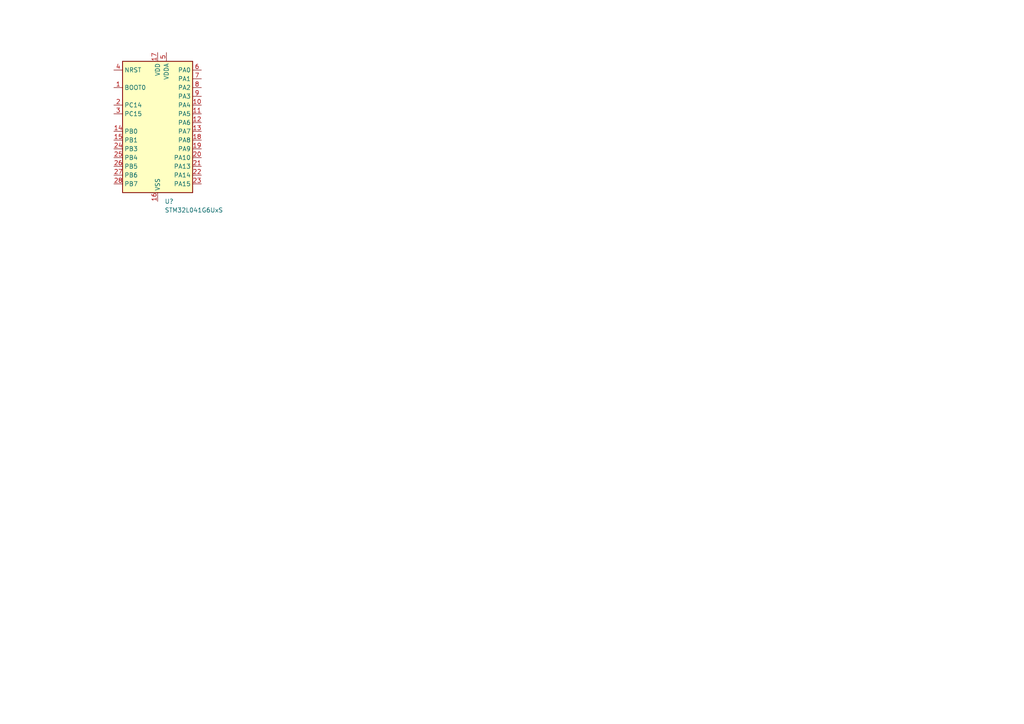
<source format=kicad_sch>
(kicad_sch (version 20211123) (generator eeschema)
  (paper "A4")
  (lib_symbols
    (symbol "MCU_ST_STM32L0:STM32L041G6UxS"
      (property "Reference" "U" (at -10.16 19.05 0))
      (property "Value" "STM32L041G6UxS" (at 5.08 19.05 0))
      (symbol "STM32L041G6UxS_0_1"
        (rectangle (start -10.16 -20.32) (end 10.16 17.78) (stroke (width 0.254)) (fill (type background)))
      )
      (symbol "STM32L041G6UxS_1_1"
        (pin input line (at -12.7 10.16 0) (length 2.54) (name "BOOT0") (number "1"))
        (pin bidirectional line (at 12.7 5.08 180) (length 2.54) (name "PA4") (number "10"))
        (pin bidirectional line (at 12.7 2.54 180) (length 2.54) (name "PA5") (number "11"))
        (pin bidirectional line (at 12.7 0 180) (length 2.54) (name "PA6") (number "12"))
        (pin bidirectional line (at 12.7 -2.54 180) (length 2.54) (name "PA7") (number "13"))
        (pin bidirectional line (at -12.7 -2.54 0) (length 2.54) (name "PB0") (number "14"))
        (pin bidirectional line (at -12.7 -5.08 0) (length 2.54) (name "PB1") (number "15"))
        (pin power_in line (at 0 -22.86 90) (length 2.54) (name "VSS") (number "16"))
        (pin power_in line (at 0 20.32 270) (length 2.54) (name "VDD") (number "17"))
        (pin bidirectional line (at 12.7 -5.08 180) (length 2.54) (name "PA8") (number "18"))
        (pin bidirectional line (at 12.7 -7.62 180) (length 2.54) (name "PA9") (number "19"))
        (pin bidirectional line (at -12.7 5.08 0) (length 2.54) (name "PC14") (number "2"))
        (pin bidirectional line (at 12.7 -10.16 180) (length 2.54) (name "PA10") (number "20"))
        (pin bidirectional line (at 12.7 -12.7 180) (length 2.54) (name "PA13") (number "21"))
        (pin bidirectional line (at 12.7 -15.24 180) (length 2.54) (name "PA14") (number "22"))
        (pin bidirectional line (at 12.7 -17.78 180) (length 2.54) (name "PA15") (number "23"))
        (pin bidirectional line (at -12.7 -7.62 0) (length 2.54) (name "PB3") (number "24"))
        (pin bidirectional line (at -12.7 -10.16 0) (length 2.54) (name "PB4") (number "25"))
        (pin bidirectional line (at -12.7 -12.7 0) (length 2.54) (name "PB5") (number "26"))
        (pin bidirectional line (at -12.7 -15.24 0) (length 2.54) (name "PB6") (number "27"))
        (pin bidirectional line (at -12.7 -17.78 0) (length 2.54) (name "PB7") (number "28"))
        (pin bidirectional line (at -12.7 2.54 0) (length 2.54) (name "PC15") (number "3"))
        (pin input line (at -12.7 15.24 0) (length 2.54) (name "NRST") (number "4"))
        (pin power_in line (at 2.54 20.32 270) (length 2.54) (name "VDDA") (number "5"))
        (pin bidirectional line (at 12.7 15.24 180) (length 2.54) (name "PA0") (number "6"))
        (pin bidirectional line (at 12.7 12.7 180) (length 2.54) (name "PA1") (number "7"))
        (pin bidirectional line (at 12.7 10.16 180) (length 2.54) (name "PA2") (number "8"))
        (pin bidirectional line (at 12.7 7.62 180) (length 2.54) (name "PA3") (number "9"))
      )
    )
  )
  (symbol (lib_id "MCU_ST_STM32L0:STM32L041G6UxS") (at 45.72 35.56 0) (unit 1)
    (property "Reference" "U?" (at 47.7394 58.42 0) (effects (justify left)))
    (property "Value" "STM32L041G6UxS" (at 47.7394 60.96 0) (effects (justify left)))
    (property "Footprint" "Package_DFN_QFN:QFN-28_4x4mm_P0.5mm" (effects hide))
    (property "Datasheet" "http://www.st.com/st-web-ui/static/active/en/resource/technical/document/datasheet/DM00152023.pdf" (effects hide))
  )
)
</source>
